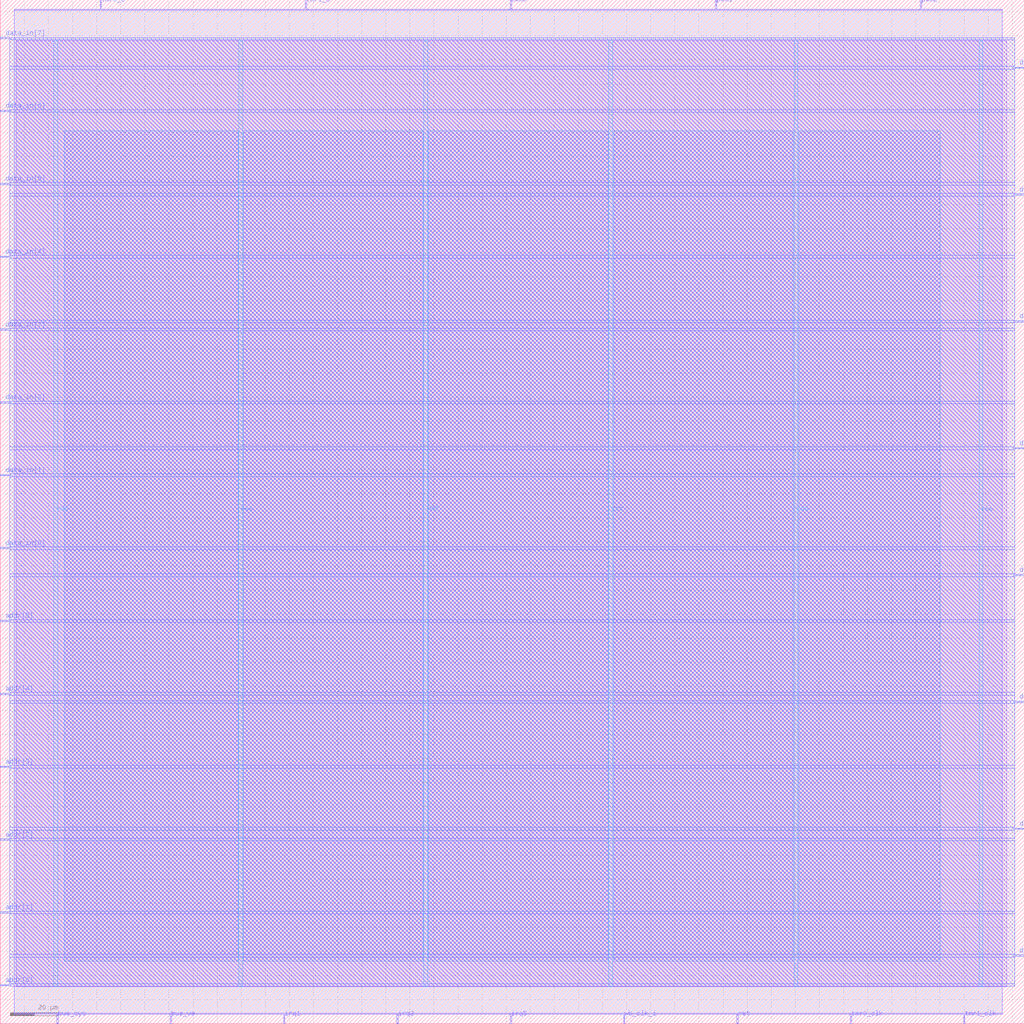
<source format=lef>
VERSION 5.7 ;
  NOWIREEXTENSIONATPIN ON ;
  DIVIDERCHAR "/" ;
  BUSBITCHARS "[]" ;
MACRO timers
  CLASS BLOCK ;
  FOREIGN timers ;
  ORIGIN 0.000 0.000 ;
  SIZE 425.000 BY 425.000 ;
  PIN addr[0]
    DIRECTION INPUT ;
    USE SIGNAL ;
    ANTENNAGATEAREA 0.726000 ;
    ANTENNADIFFAREA 0.410400 ;
    PORT
      LAYER Metal3 ;
        RECT 0.000 15.680 4.000 16.240 ;
    END
  END addr[0]
  PIN addr[1]
    DIRECTION INPUT ;
    USE SIGNAL ;
    ANTENNAGATEAREA 0.726000 ;
    ANTENNADIFFAREA 0.410400 ;
    PORT
      LAYER Metal3 ;
        RECT 0.000 45.920 4.000 46.480 ;
    END
  END addr[1]
  PIN addr[2]
    DIRECTION INPUT ;
    USE SIGNAL ;
    ANTENNAGATEAREA 0.498500 ;
    ANTENNADIFFAREA 0.410400 ;
    PORT
      LAYER Metal3 ;
        RECT 0.000 76.160 4.000 76.720 ;
    END
  END addr[2]
  PIN addr[3]
    DIRECTION INPUT ;
    USE SIGNAL ;
    ANTENNAGATEAREA 0.498500 ;
    ANTENNADIFFAREA 0.410400 ;
    PORT
      LAYER Metal3 ;
        RECT 0.000 106.400 4.000 106.960 ;
    END
  END addr[3]
  PIN addr[4]
    DIRECTION INPUT ;
    USE SIGNAL ;
    ANTENNAGATEAREA 0.726000 ;
    ANTENNADIFFAREA 0.410400 ;
    PORT
      LAYER Metal3 ;
        RECT 0.000 136.640 4.000 137.200 ;
    END
  END addr[4]
  PIN addr[5]
    DIRECTION INPUT ;
    USE SIGNAL ;
    ANTENNAGATEAREA 0.726000 ;
    ANTENNADIFFAREA 0.410400 ;
    PORT
      LAYER Metal3 ;
        RECT 0.000 166.880 4.000 167.440 ;
    END
  END addr[5]
  PIN bus_cyc
    DIRECTION INPUT ;
    USE SIGNAL ;
    ANTENNAGATEAREA 0.726000 ;
    ANTENNADIFFAREA 0.410400 ;
    PORT
      LAYER Metal2 ;
        RECT 23.520 0.000 24.080 4.000 ;
    END
  END bus_cyc
  PIN bus_we
    DIRECTION INPUT ;
    USE SIGNAL ;
    ANTENNAGATEAREA 0.498500 ;
    ANTENNADIFFAREA 0.410400 ;
    PORT
      LAYER Metal2 ;
        RECT 70.560 0.000 71.120 4.000 ;
    END
  END bus_we
  PIN data_in[0]
    DIRECTION INPUT ;
    USE SIGNAL ;
    ANTENNAGATEAREA 0.741000 ;
    ANTENNADIFFAREA 0.410400 ;
    PORT
      LAYER Metal3 ;
        RECT 0.000 197.120 4.000 197.680 ;
    END
  END data_in[0]
  PIN data_in[1]
    DIRECTION INPUT ;
    USE SIGNAL ;
    ANTENNAGATEAREA 0.726000 ;
    ANTENNADIFFAREA 0.410400 ;
    PORT
      LAYER Metal3 ;
        RECT 0.000 227.360 4.000 227.920 ;
    END
  END data_in[1]
  PIN data_in[2]
    DIRECTION INPUT ;
    USE SIGNAL ;
    ANTENNAGATEAREA 0.498500 ;
    ANTENNADIFFAREA 0.410400 ;
    PORT
      LAYER Metal3 ;
        RECT 0.000 257.600 4.000 258.160 ;
    END
  END data_in[2]
  PIN data_in[3]
    DIRECTION INPUT ;
    USE SIGNAL ;
    ANTENNAGATEAREA 1.102000 ;
    ANTENNADIFFAREA 0.410400 ;
    PORT
      LAYER Metal3 ;
        RECT 0.000 287.840 4.000 288.400 ;
    END
  END data_in[3]
  PIN data_in[4]
    DIRECTION INPUT ;
    USE SIGNAL ;
    ANTENNAGATEAREA 1.102000 ;
    ANTENNADIFFAREA 0.410400 ;
    PORT
      LAYER Metal3 ;
        RECT 0.000 318.080 4.000 318.640 ;
    END
  END data_in[4]
  PIN data_in[5]
    DIRECTION INPUT ;
    USE SIGNAL ;
    ANTENNAGATEAREA 1.102000 ;
    ANTENNADIFFAREA 0.410400 ;
    PORT
      LAYER Metal3 ;
        RECT 0.000 348.320 4.000 348.880 ;
    END
  END data_in[5]
  PIN data_in[6]
    DIRECTION INPUT ;
    USE SIGNAL ;
    ANTENNAGATEAREA 0.726000 ;
    ANTENNADIFFAREA 0.410400 ;
    PORT
      LAYER Metal3 ;
        RECT 0.000 378.560 4.000 379.120 ;
    END
  END data_in[6]
  PIN data_in[7]
    DIRECTION INPUT ;
    USE SIGNAL ;
    ANTENNAGATEAREA 0.741000 ;
    ANTENNADIFFAREA 0.410400 ;
    PORT
      LAYER Metal3 ;
        RECT 0.000 408.800 4.000 409.360 ;
    END
  END data_in[7]
  PIN data_out[0]
    DIRECTION OUTPUT TRISTATE ;
    USE SIGNAL ;
    ANTENNADIFFAREA 4.731200 ;
    PORT
      LAYER Metal3 ;
        RECT 421.000 28.000 425.000 28.560 ;
    END
  END data_out[0]
  PIN data_out[1]
    DIRECTION OUTPUT TRISTATE ;
    USE SIGNAL ;
    ANTENNADIFFAREA 4.731200 ;
    PORT
      LAYER Metal3 ;
        RECT 421.000 80.640 425.000 81.200 ;
    END
  END data_out[1]
  PIN data_out[2]
    DIRECTION OUTPUT TRISTATE ;
    USE SIGNAL ;
    ANTENNADIFFAREA 4.731200 ;
    PORT
      LAYER Metal3 ;
        RECT 421.000 133.280 425.000 133.840 ;
    END
  END data_out[2]
  PIN data_out[3]
    DIRECTION OUTPUT TRISTATE ;
    USE SIGNAL ;
    ANTENNADIFFAREA 4.731200 ;
    PORT
      LAYER Metal3 ;
        RECT 421.000 185.920 425.000 186.480 ;
    END
  END data_out[3]
  PIN data_out[4]
    DIRECTION OUTPUT TRISTATE ;
    USE SIGNAL ;
    ANTENNADIFFAREA 4.731200 ;
    PORT
      LAYER Metal3 ;
        RECT 421.000 238.560 425.000 239.120 ;
    END
  END data_out[4]
  PIN data_out[5]
    DIRECTION OUTPUT TRISTATE ;
    USE SIGNAL ;
    ANTENNADIFFAREA 4.731200 ;
    PORT
      LAYER Metal3 ;
        RECT 421.000 291.200 425.000 291.760 ;
    END
  END data_out[5]
  PIN data_out[6]
    DIRECTION OUTPUT TRISTATE ;
    USE SIGNAL ;
    ANTENNADIFFAREA 4.731200 ;
    PORT
      LAYER Metal3 ;
        RECT 421.000 343.840 425.000 344.400 ;
    END
  END data_out[6]
  PIN data_out[7]
    DIRECTION OUTPUT TRISTATE ;
    USE SIGNAL ;
    ANTENNADIFFAREA 4.731200 ;
    PORT
      LAYER Metal3 ;
        RECT 421.000 396.480 425.000 397.040 ;
    END
  END data_out[7]
  PIN irq1
    DIRECTION OUTPUT TRISTATE ;
    USE SIGNAL ;
    ANTENNADIFFAREA 4.731200 ;
    PORT
      LAYER Metal2 ;
        RECT 117.600 0.000 118.160 4.000 ;
    END
  END irq1
  PIN irq2
    DIRECTION OUTPUT TRISTATE ;
    USE SIGNAL ;
    ANTENNADIFFAREA 4.731200 ;
    PORT
      LAYER Metal2 ;
        RECT 164.640 0.000 165.200 4.000 ;
    END
  END irq2
  PIN irq5
    DIRECTION OUTPUT TRISTATE ;
    USE SIGNAL ;
    ANTENNADIFFAREA 4.731200 ;
    PORT
      LAYER Metal2 ;
        RECT 211.680 0.000 212.240 4.000 ;
    END
  END irq5
  PIN pwm0
    DIRECTION OUTPUT TRISTATE ;
    USE SIGNAL ;
    ANTENNADIFFAREA 4.731200 ;
    PORT
      LAYER Metal2 ;
        RECT 211.680 421.000 212.240 425.000 ;
    END
  END pwm0
  PIN pwm1
    DIRECTION OUTPUT TRISTATE ;
    USE SIGNAL ;
    ANTENNADIFFAREA 4.731200 ;
    PORT
      LAYER Metal2 ;
        RECT 296.800 421.000 297.360 425.000 ;
    END
  END pwm1
  PIN pwm2
    DIRECTION OUTPUT TRISTATE ;
    USE SIGNAL ;
    ANTENNADIFFAREA 4.731200 ;
    PORT
      LAYER Metal2 ;
        RECT 381.920 421.000 382.480 425.000 ;
    END
  END pwm2
  PIN rst
    DIRECTION INPUT ;
    USE SIGNAL ;
    ANTENNAGATEAREA 1.102000 ;
    ANTENNADIFFAREA 0.410400 ;
    PORT
      LAYER Metal2 ;
        RECT 305.760 0.000 306.320 4.000 ;
    END
  END rst
  PIN tmr0_clk
    DIRECTION INPUT ;
    USE SIGNAL ;
    ANTENNAGATEAREA 0.498500 ;
    ANTENNADIFFAREA 0.410400 ;
    PORT
      LAYER Metal2 ;
        RECT 352.800 0.000 353.360 4.000 ;
    END
  END tmr0_clk
  PIN tmr0_o
    DIRECTION OUTPUT TRISTATE ;
    USE SIGNAL ;
    ANTENNADIFFAREA 4.731200 ;
    PORT
      LAYER Metal2 ;
        RECT 41.440 421.000 42.000 425.000 ;
    END
  END tmr0_o
  PIN tmr1_clk
    DIRECTION INPUT ;
    USE SIGNAL ;
    ANTENNAGATEAREA 0.726000 ;
    ANTENNADIFFAREA 0.410400 ;
    PORT
      LAYER Metal2 ;
        RECT 399.840 0.000 400.400 4.000 ;
    END
  END tmr1_clk
  PIN tmr1_o
    DIRECTION OUTPUT TRISTATE ;
    USE SIGNAL ;
    ANTENNADIFFAREA 4.731200 ;
    PORT
      LAYER Metal2 ;
        RECT 126.560 421.000 127.120 425.000 ;
    END
  END tmr1_o
  PIN vdd
    DIRECTION INOUT ;
    USE POWER ;
    PORT
      LAYER Metal4 ;
        RECT 22.240 15.380 23.840 407.980 ;
    END
    PORT
      LAYER Metal4 ;
        RECT 175.840 15.380 177.440 407.980 ;
    END
    PORT
      LAYER Metal4 ;
        RECT 329.440 15.380 331.040 407.980 ;
    END
  END vdd
  PIN vss
    DIRECTION INOUT ;
    USE GROUND ;
    PORT
      LAYER Metal4 ;
        RECT 99.040 15.380 100.640 407.980 ;
    END
    PORT
      LAYER Metal4 ;
        RECT 252.640 15.380 254.240 407.980 ;
    END
    PORT
      LAYER Metal4 ;
        RECT 406.240 15.380 407.840 407.980 ;
    END
  END vss
  PIN wb_clk_i
    DIRECTION INPUT ;
    USE SIGNAL ;
    ANTENNAGATEAREA 4.738000 ;
    ANTENNADIFFAREA 0.410400 ;
    PORT
      LAYER Metal2 ;
        RECT 258.720 0.000 259.280 4.000 ;
    END
  END wb_clk_i
  OBS
      LAYER Metal1 ;
        RECT 6.720 15.380 417.760 407.980 ;
      LAYER Metal2 ;
        RECT 5.740 420.700 41.140 421.000 ;
        RECT 42.300 420.700 126.260 421.000 ;
        RECT 127.420 420.700 211.380 421.000 ;
        RECT 212.540 420.700 296.500 421.000 ;
        RECT 297.660 420.700 381.620 421.000 ;
        RECT 382.780 420.700 415.940 421.000 ;
        RECT 5.740 4.300 415.940 420.700 ;
        RECT 5.740 4.000 23.220 4.300 ;
        RECT 24.380 4.000 70.260 4.300 ;
        RECT 71.420 4.000 117.300 4.300 ;
        RECT 118.460 4.000 164.340 4.300 ;
        RECT 165.500 4.000 211.380 4.300 ;
        RECT 212.540 4.000 258.420 4.300 ;
        RECT 259.580 4.000 305.460 4.300 ;
        RECT 306.620 4.000 352.500 4.300 ;
        RECT 353.660 4.000 399.540 4.300 ;
        RECT 400.700 4.000 415.940 4.300 ;
      LAYER Metal3 ;
        RECT 4.300 408.500 421.000 409.220 ;
        RECT 4.000 397.340 421.000 408.500 ;
        RECT 4.000 396.180 420.700 397.340 ;
        RECT 4.000 379.420 421.000 396.180 ;
        RECT 4.300 378.260 421.000 379.420 ;
        RECT 4.000 349.180 421.000 378.260 ;
        RECT 4.300 348.020 421.000 349.180 ;
        RECT 4.000 344.700 421.000 348.020 ;
        RECT 4.000 343.540 420.700 344.700 ;
        RECT 4.000 318.940 421.000 343.540 ;
        RECT 4.300 317.780 421.000 318.940 ;
        RECT 4.000 292.060 421.000 317.780 ;
        RECT 4.000 290.900 420.700 292.060 ;
        RECT 4.000 288.700 421.000 290.900 ;
        RECT 4.300 287.540 421.000 288.700 ;
        RECT 4.000 258.460 421.000 287.540 ;
        RECT 4.300 257.300 421.000 258.460 ;
        RECT 4.000 239.420 421.000 257.300 ;
        RECT 4.000 238.260 420.700 239.420 ;
        RECT 4.000 228.220 421.000 238.260 ;
        RECT 4.300 227.060 421.000 228.220 ;
        RECT 4.000 197.980 421.000 227.060 ;
        RECT 4.300 196.820 421.000 197.980 ;
        RECT 4.000 186.780 421.000 196.820 ;
        RECT 4.000 185.620 420.700 186.780 ;
        RECT 4.000 167.740 421.000 185.620 ;
        RECT 4.300 166.580 421.000 167.740 ;
        RECT 4.000 137.500 421.000 166.580 ;
        RECT 4.300 136.340 421.000 137.500 ;
        RECT 4.000 134.140 421.000 136.340 ;
        RECT 4.000 132.980 420.700 134.140 ;
        RECT 4.000 107.260 421.000 132.980 ;
        RECT 4.300 106.100 421.000 107.260 ;
        RECT 4.000 81.500 421.000 106.100 ;
        RECT 4.000 80.340 420.700 81.500 ;
        RECT 4.000 77.020 421.000 80.340 ;
        RECT 4.300 75.860 421.000 77.020 ;
        RECT 4.000 46.780 421.000 75.860 ;
        RECT 4.300 45.620 421.000 46.780 ;
        RECT 4.000 28.860 421.000 45.620 ;
        RECT 4.000 27.700 420.700 28.860 ;
        RECT 4.000 16.540 421.000 27.700 ;
        RECT 4.300 15.540 421.000 16.540 ;
      LAYER Metal4 ;
        RECT 26.460 25.850 98.740 370.630 ;
        RECT 100.940 25.850 175.540 370.630 ;
        RECT 177.740 25.850 252.340 370.630 ;
        RECT 254.540 25.850 329.140 370.630 ;
        RECT 331.340 25.850 390.180 370.630 ;
  END
END timers
END LIBRARY


</source>
